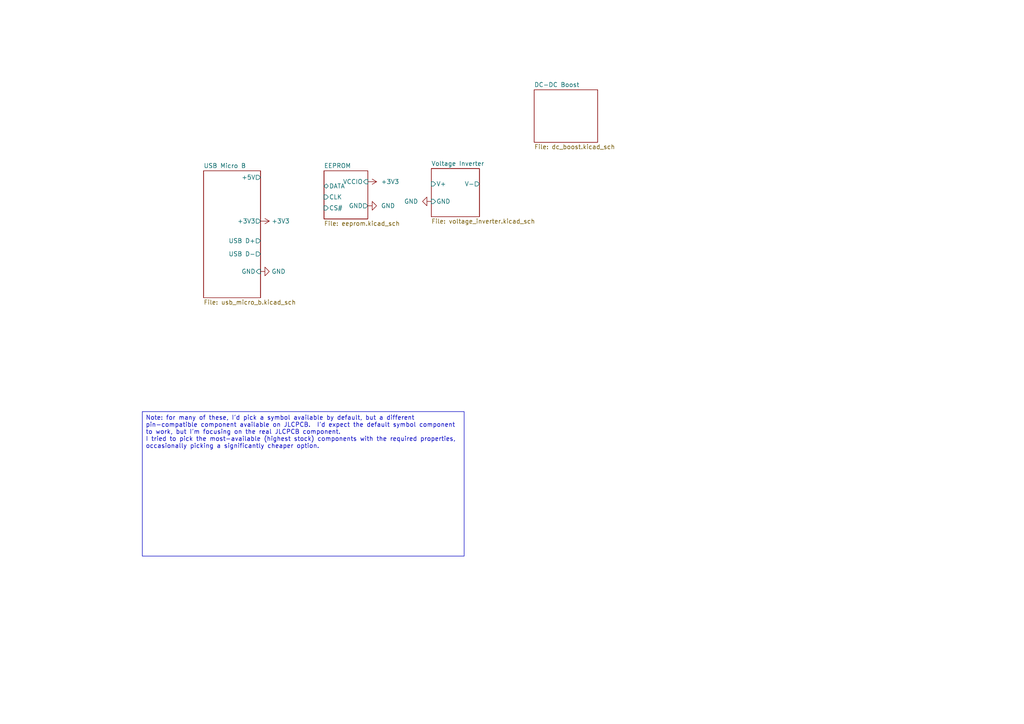
<source format=kicad_sch>
(kicad_sch (version 20230121) (generator eeschema)
  (paper "A4")
  (lib_symbols
    (symbol "power:+3V3" (power) (pin_names (offset 0))
      (property "Value" "+3V3" (at 0 3.556 0))
      (symbol "+3V3_0_1"
        (polyline (pts (xy -0.762 1.27) (xy 0 2.54)))
        (polyline (pts (xy 0 0) (xy 0 2.54)))
        (polyline (pts (xy 0 2.54) (xy 0.762 1.27)))
      )
      (symbol "+3V3_1_1"
        (pin power_in line (at 0 0 90) (length 0) hide (name "+3V3") (number "1"))
      )
    )
    (symbol "power:GND" (power) (pin_names (offset 0))
      (property "Value" "GND" (at 0 -3.81 0))
      (symbol "GND_0_1"
        (polyline (pts (xy 0 0) (xy 0 -1.27) (xy 1.27 -1.27) (xy 0 -2.54) (xy -1.27 -1.27) (xy 0 -1.27)))
      )
      (symbol "GND_1_1"
        (pin power_in line (at 0 0 270) (length 0) hide (name "GND") (number "1"))
      )
    )
  )
  (text_box "Note: for many of these, I'd pick a symbol available by default, but a different pin-compatible component available on JLCPCB.  I'd expect the default symbol component to work, but I'm focusing on the real JLCPCB component.\nI tried to pick the most-available (highest stock) components with the required properties, occasionally picking a significantly cheaper option." (at 41.275 119.38 0) (size 93.345 41.91) (effects (font (size 1.27 1.27)) (justify left top)))
  (symbol (lib_id "power:GND") (at 75.565 78.74 90) (unit 1)
    (property "Reference" "#PWR01" (effects hide))
    (property "Value" "GND" (at 78.74 78.74 90) (effects (justify right)))
  )
  (symbol (lib_id "power:GND") (at 106.68 59.69 90) (unit 1)
    (property "Reference" "#PWR02" (effects hide))
    (property "Value" "GND" (at 110.49 59.69 90) (effects (justify right)))
  )
  (symbol (lib_id "power:+3V3") (at 75.565 64.135 270) (unit 1)
    (property "Reference" "#PWR04" (effects hide))
    (property "Value" "+3V3" (at 78.74 64.135 90) (effects (justify left)))
  )
  (symbol (lib_id "power:+3V3") (at 106.68 52.705 270) (unit 1)
    (property "Reference" "#PWR03" (effects hide))
    (property "Value" "+3V3" (at 110.49 52.705 90) (effects (justify left)))
  )
  (symbol (lib_id "power:GND") (at 125.095 58.42 270) (unit 1)
    (property "Reference" "#PWR05" (effects hide))
    (property "Value" "GND" (at 121.285 58.42 90) (effects (justify right)))
  )
  (sheet (at 59.055 49.53) (size 16.51 36.83) (stroke (width 0.1524))
    (property "Sheetname" "USB Micro B" (at 59.055 48.8184 0) (effects (justify left bottom)))
    (property "Sheetfile" "usb_micro_b.kicad_sch" (at 59.055 86.9446 0) (effects (justify left top)))
    (pin "GND" input (at 75.565 78.74 0))
    (pin "+5V" output (at 75.565 51.435 0))
    (pin "+3V3" output (at 75.565 64.135 0))
    (pin "USB D+" output (at 75.565 69.85 0))
    (pin "USB D-" output (at 75.565 73.66 0))
  )
  (sheet (at 93.98 49.53) (size 12.7 13.97) (stroke (width 0.1524))
    (property "Sheetname" "EEPROM" (at 93.98 48.8184 0) (effects (justify left bottom)))
    (property "Sheetfile" "eeprom.kicad_sch" (at 93.98 64.0846 0) (effects (justify left top)))
    (pin "VCCIO" input (at 106.68 52.705 0))
    (pin "GND" output (at 106.68 59.69 0))
    (pin "CS#" input (at 93.98 60.325 180))
    (pin "CLK" input (at 93.98 57.15 180))
    (pin "DATA" bidirectional (at 93.98 53.975 180))
  )
  (sheet (at 125.095 48.895) (size 13.97 13.97) (stroke (width 0.1524))
    (property "Sheetname" "Voltage Inverter" (at 125.095 48.1834 0) (effects (justify left bottom)))
    (property "Sheetfile" "voltage_inverter.kicad_sch" (at 125.095 63.4496 0) (effects (justify left top)))
    (pin "GND" input (at 125.095 58.42 180))
    (pin "V+" input (at 125.095 53.34 180))
    (pin "V-" output (at 139.065 53.34 0))
  )
  (sheet (at 154.94 26.035) (size 18.415 15.24) (stroke (width 0.1524))
    (property "Sheetname" "DC-DC Boost" (at 154.94 25.3234 0) (effects (justify left bottom)))
    (property "Sheetfile" "dc_boost.kicad_sch" (at 154.94 41.8596 0) (effects (justify left top)))
  )
)
</source>
